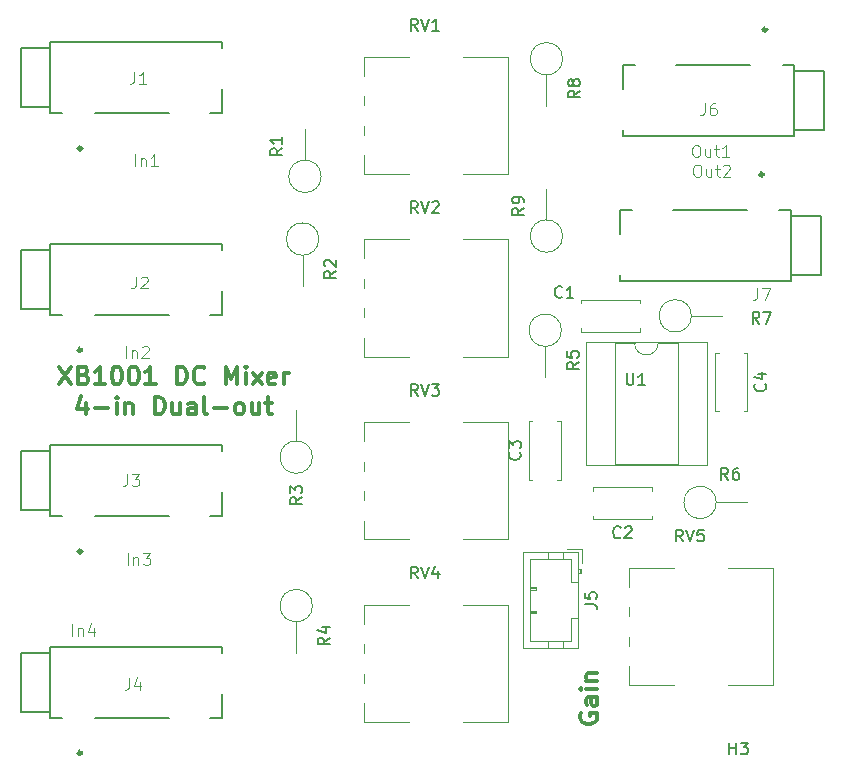
<source format=gbr>
G04 #@! TF.GenerationSoftware,KiCad,Pcbnew,(5.0.1)-rc2*
G04 #@! TF.CreationDate,2019-01-13T23:04:29-05:00*
G04 #@! TF.ProjectId,mixer,6D697865722E6B696361645F70636200,rev?*
G04 #@! TF.SameCoordinates,Original*
G04 #@! TF.FileFunction,Legend,Top*
G04 #@! TF.FilePolarity,Positive*
%FSLAX46Y46*%
G04 Gerber Fmt 4.6, Leading zero omitted, Abs format (unit mm)*
G04 Created by KiCad (PCBNEW (5.0.1)-rc2) date 1/13/2019 11:04:29 PM*
%MOMM*%
%LPD*%
G01*
G04 APERTURE LIST*
%ADD10C,0.300000*%
%ADD11C,0.120000*%
%ADD12C,0.127000*%
%ADD13C,0.150000*%
%ADD14C,0.050000*%
G04 APERTURE END LIST*
D10*
X98563528Y-74205171D02*
X99563528Y-75705171D01*
X99563528Y-74205171D02*
X98563528Y-75705171D01*
X100634957Y-74919457D02*
X100849242Y-74990885D01*
X100920671Y-75062314D01*
X100992100Y-75205171D01*
X100992100Y-75419457D01*
X100920671Y-75562314D01*
X100849242Y-75633742D01*
X100706385Y-75705171D01*
X100134957Y-75705171D01*
X100134957Y-74205171D01*
X100634957Y-74205171D01*
X100777814Y-74276600D01*
X100849242Y-74348028D01*
X100920671Y-74490885D01*
X100920671Y-74633742D01*
X100849242Y-74776600D01*
X100777814Y-74848028D01*
X100634957Y-74919457D01*
X100134957Y-74919457D01*
X102420671Y-75705171D02*
X101563528Y-75705171D01*
X101992100Y-75705171D02*
X101992100Y-74205171D01*
X101849242Y-74419457D01*
X101706385Y-74562314D01*
X101563528Y-74633742D01*
X103349242Y-74205171D02*
X103492100Y-74205171D01*
X103634957Y-74276600D01*
X103706385Y-74348028D01*
X103777814Y-74490885D01*
X103849242Y-74776600D01*
X103849242Y-75133742D01*
X103777814Y-75419457D01*
X103706385Y-75562314D01*
X103634957Y-75633742D01*
X103492100Y-75705171D01*
X103349242Y-75705171D01*
X103206385Y-75633742D01*
X103134957Y-75562314D01*
X103063528Y-75419457D01*
X102992100Y-75133742D01*
X102992100Y-74776600D01*
X103063528Y-74490885D01*
X103134957Y-74348028D01*
X103206385Y-74276600D01*
X103349242Y-74205171D01*
X104777814Y-74205171D02*
X104920671Y-74205171D01*
X105063528Y-74276600D01*
X105134957Y-74348028D01*
X105206385Y-74490885D01*
X105277814Y-74776600D01*
X105277814Y-75133742D01*
X105206385Y-75419457D01*
X105134957Y-75562314D01*
X105063528Y-75633742D01*
X104920671Y-75705171D01*
X104777814Y-75705171D01*
X104634957Y-75633742D01*
X104563528Y-75562314D01*
X104492100Y-75419457D01*
X104420671Y-75133742D01*
X104420671Y-74776600D01*
X104492100Y-74490885D01*
X104563528Y-74348028D01*
X104634957Y-74276600D01*
X104777814Y-74205171D01*
X106706385Y-75705171D02*
X105849242Y-75705171D01*
X106277814Y-75705171D02*
X106277814Y-74205171D01*
X106134957Y-74419457D01*
X105992100Y-74562314D01*
X105849242Y-74633742D01*
X108492100Y-75705171D02*
X108492100Y-74205171D01*
X108849242Y-74205171D01*
X109063528Y-74276600D01*
X109206385Y-74419457D01*
X109277814Y-74562314D01*
X109349242Y-74848028D01*
X109349242Y-75062314D01*
X109277814Y-75348028D01*
X109206385Y-75490885D01*
X109063528Y-75633742D01*
X108849242Y-75705171D01*
X108492100Y-75705171D01*
X110849242Y-75562314D02*
X110777814Y-75633742D01*
X110563528Y-75705171D01*
X110420671Y-75705171D01*
X110206385Y-75633742D01*
X110063528Y-75490885D01*
X109992100Y-75348028D01*
X109920671Y-75062314D01*
X109920671Y-74848028D01*
X109992100Y-74562314D01*
X110063528Y-74419457D01*
X110206385Y-74276600D01*
X110420671Y-74205171D01*
X110563528Y-74205171D01*
X110777814Y-74276600D01*
X110849242Y-74348028D01*
X112634957Y-75705171D02*
X112634957Y-74205171D01*
X113134957Y-75276600D01*
X113634957Y-74205171D01*
X113634957Y-75705171D01*
X114349242Y-75705171D02*
X114349242Y-74705171D01*
X114349242Y-74205171D02*
X114277814Y-74276600D01*
X114349242Y-74348028D01*
X114420671Y-74276600D01*
X114349242Y-74205171D01*
X114349242Y-74348028D01*
X114920671Y-75705171D02*
X115706385Y-74705171D01*
X114920671Y-74705171D02*
X115706385Y-75705171D01*
X116849242Y-75633742D02*
X116706385Y-75705171D01*
X116420671Y-75705171D01*
X116277814Y-75633742D01*
X116206385Y-75490885D01*
X116206385Y-74919457D01*
X116277814Y-74776600D01*
X116420671Y-74705171D01*
X116706385Y-74705171D01*
X116849242Y-74776600D01*
X116920671Y-74919457D01*
X116920671Y-75062314D01*
X116206385Y-75205171D01*
X117563528Y-75705171D02*
X117563528Y-74705171D01*
X117563528Y-74990885D02*
X117634957Y-74848028D01*
X117706385Y-74776600D01*
X117849242Y-74705171D01*
X117992100Y-74705171D01*
X100777814Y-77255171D02*
X100777814Y-78255171D01*
X100420671Y-76683742D02*
X100063528Y-77755171D01*
X100992100Y-77755171D01*
X101563528Y-77683742D02*
X102706385Y-77683742D01*
X103420671Y-78255171D02*
X103420671Y-77255171D01*
X103420671Y-76755171D02*
X103349242Y-76826600D01*
X103420671Y-76898028D01*
X103492100Y-76826600D01*
X103420671Y-76755171D01*
X103420671Y-76898028D01*
X104134957Y-77255171D02*
X104134957Y-78255171D01*
X104134957Y-77398028D02*
X104206385Y-77326600D01*
X104349242Y-77255171D01*
X104563528Y-77255171D01*
X104706385Y-77326600D01*
X104777814Y-77469457D01*
X104777814Y-78255171D01*
X106634957Y-78255171D02*
X106634957Y-76755171D01*
X106992100Y-76755171D01*
X107206385Y-76826600D01*
X107349242Y-76969457D01*
X107420671Y-77112314D01*
X107492100Y-77398028D01*
X107492100Y-77612314D01*
X107420671Y-77898028D01*
X107349242Y-78040885D01*
X107206385Y-78183742D01*
X106992100Y-78255171D01*
X106634957Y-78255171D01*
X108777814Y-77255171D02*
X108777814Y-78255171D01*
X108134957Y-77255171D02*
X108134957Y-78040885D01*
X108206385Y-78183742D01*
X108349242Y-78255171D01*
X108563528Y-78255171D01*
X108706385Y-78183742D01*
X108777814Y-78112314D01*
X110134957Y-78255171D02*
X110134957Y-77469457D01*
X110063528Y-77326600D01*
X109920671Y-77255171D01*
X109634957Y-77255171D01*
X109492100Y-77326600D01*
X110134957Y-78183742D02*
X109992100Y-78255171D01*
X109634957Y-78255171D01*
X109492100Y-78183742D01*
X109420671Y-78040885D01*
X109420671Y-77898028D01*
X109492100Y-77755171D01*
X109634957Y-77683742D01*
X109992100Y-77683742D01*
X110134957Y-77612314D01*
X111063528Y-78255171D02*
X110920671Y-78183742D01*
X110849242Y-78040885D01*
X110849242Y-76755171D01*
X111634957Y-77683742D02*
X112777814Y-77683742D01*
X113706385Y-78255171D02*
X113563528Y-78183742D01*
X113492100Y-78112314D01*
X113420671Y-77969457D01*
X113420671Y-77540885D01*
X113492100Y-77398028D01*
X113563528Y-77326600D01*
X113706385Y-77255171D01*
X113920671Y-77255171D01*
X114063528Y-77326600D01*
X114134957Y-77398028D01*
X114206385Y-77540885D01*
X114206385Y-77969457D01*
X114134957Y-78112314D01*
X114063528Y-78183742D01*
X113920671Y-78255171D01*
X113706385Y-78255171D01*
X115492100Y-77255171D02*
X115492100Y-78255171D01*
X114849242Y-77255171D02*
X114849242Y-78040885D01*
X114920671Y-78183742D01*
X115063528Y-78255171D01*
X115277814Y-78255171D01*
X115420671Y-78183742D01*
X115492100Y-78112314D01*
X115992100Y-77255171D02*
X116563528Y-77255171D01*
X116206385Y-76755171D02*
X116206385Y-78040885D01*
X116277814Y-78183742D01*
X116420671Y-78255171D01*
X116563528Y-78255171D01*
X142696500Y-103569128D02*
X142625071Y-103711985D01*
X142625071Y-103926271D01*
X142696500Y-104140557D01*
X142839357Y-104283414D01*
X142982214Y-104354842D01*
X143267928Y-104426271D01*
X143482214Y-104426271D01*
X143767928Y-104354842D01*
X143910785Y-104283414D01*
X144053642Y-104140557D01*
X144125071Y-103926271D01*
X144125071Y-103783414D01*
X144053642Y-103569128D01*
X143982214Y-103497700D01*
X143482214Y-103497700D01*
X143482214Y-103783414D01*
X144125071Y-102211985D02*
X143339357Y-102211985D01*
X143196500Y-102283414D01*
X143125071Y-102426271D01*
X143125071Y-102711985D01*
X143196500Y-102854842D01*
X144053642Y-102211985D02*
X144125071Y-102354842D01*
X144125071Y-102711985D01*
X144053642Y-102854842D01*
X143910785Y-102926271D01*
X143767928Y-102926271D01*
X143625071Y-102854842D01*
X143553642Y-102711985D01*
X143553642Y-102354842D01*
X143482214Y-102211985D01*
X144125071Y-101497700D02*
X143125071Y-101497700D01*
X142625071Y-101497700D02*
X142696500Y-101569128D01*
X142767928Y-101497700D01*
X142696500Y-101426271D01*
X142625071Y-101497700D01*
X142767928Y-101497700D01*
X143125071Y-100783414D02*
X144125071Y-100783414D01*
X143267928Y-100783414D02*
X143196500Y-100711985D01*
X143125071Y-100569128D01*
X143125071Y-100354842D01*
X143196500Y-100211985D01*
X143339357Y-100140557D01*
X144125071Y-100140557D01*
D11*
G04 #@! TO.C,R7*
X152080900Y-69900800D02*
X154690900Y-69900800D01*
X152080900Y-69900800D02*
G75*
G03X152080900Y-69900800I-1370000J0D01*
G01*
G04 #@! TO.C,J5*
X142513300Y-89913400D02*
X137793300Y-89913400D01*
X137793300Y-89913400D02*
X137793300Y-98033400D01*
X137793300Y-98033400D02*
X142513300Y-98033400D01*
X142513300Y-98033400D02*
X142513300Y-89913400D01*
X142513300Y-91673400D02*
X142713300Y-91673400D01*
X142713300Y-91673400D02*
X142713300Y-91373400D01*
X142713300Y-91373400D02*
X142513300Y-91373400D01*
X142613300Y-91673400D02*
X142613300Y-91373400D01*
X142513300Y-92473400D02*
X141903300Y-92473400D01*
X141903300Y-92473400D02*
X141903300Y-90523400D01*
X141903300Y-90523400D02*
X138403300Y-90523400D01*
X138403300Y-90523400D02*
X138403300Y-97423400D01*
X138403300Y-97423400D02*
X141903300Y-97423400D01*
X141903300Y-97423400D02*
X141903300Y-95473400D01*
X141903300Y-95473400D02*
X142513300Y-95473400D01*
X141203300Y-89913400D02*
X141203300Y-90523400D01*
X139903300Y-89913400D02*
X139903300Y-90523400D01*
X141203300Y-98033400D02*
X141203300Y-97423400D01*
X139903300Y-98033400D02*
X139903300Y-97423400D01*
X138403300Y-92873400D02*
X138903300Y-92873400D01*
X138903300Y-92873400D02*
X138903300Y-93073400D01*
X138903300Y-93073400D02*
X138403300Y-93073400D01*
X138403300Y-92973400D02*
X138903300Y-92973400D01*
X138403300Y-94873400D02*
X138903300Y-94873400D01*
X138903300Y-94873400D02*
X138903300Y-95073400D01*
X138903300Y-95073400D02*
X138403300Y-95073400D01*
X138403300Y-94973400D02*
X138903300Y-94973400D01*
X142813300Y-90863400D02*
X142813300Y-89613400D01*
X142813300Y-89613400D02*
X141563300Y-89613400D01*
G04 #@! TO.C,C4*
X156818000Y-73029600D02*
X156818000Y-77969600D01*
X154078000Y-73029600D02*
X154078000Y-77969600D01*
X156818000Y-73029600D02*
X156503000Y-73029600D01*
X154393000Y-73029600D02*
X154078000Y-73029600D01*
X156818000Y-77969600D02*
X156503000Y-77969600D01*
X154393000Y-77969600D02*
X154078000Y-77969600D01*
G04 #@! TO.C,C1*
X147692600Y-70955800D02*
X147692600Y-71270800D01*
X147692600Y-68530800D02*
X147692600Y-68845800D01*
X142752600Y-70955800D02*
X142752600Y-71270800D01*
X142752600Y-68530800D02*
X142752600Y-68845800D01*
X142752600Y-71270800D02*
X147692600Y-71270800D01*
X142752600Y-68530800D02*
X147692600Y-68530800D01*
G04 #@! TO.C,C2*
X148712400Y-87145800D02*
X143772400Y-87145800D01*
X148712400Y-84405800D02*
X143772400Y-84405800D01*
X148712400Y-87145800D02*
X148712400Y-86830800D01*
X148712400Y-84720800D02*
X148712400Y-84405800D01*
X143772400Y-87145800D02*
X143772400Y-86830800D01*
X143772400Y-84720800D02*
X143772400Y-84405800D01*
G04 #@! TO.C,C3*
X138304600Y-83764600D02*
X138304600Y-78824600D01*
X141044600Y-83764600D02*
X141044600Y-78824600D01*
X138304600Y-83764600D02*
X138619600Y-83764600D01*
X140729600Y-83764600D02*
X141044600Y-83764600D01*
X138304600Y-78824600D02*
X138619600Y-78824600D01*
X140729600Y-78824600D02*
X141044600Y-78824600D01*
D12*
G04 #@! TO.C,J1*
X101554400Y-52733200D02*
X107804400Y-52733200D01*
X112304400Y-52733200D02*
X111304400Y-52733200D01*
X112304400Y-50733200D02*
X112304400Y-52733200D01*
X112304400Y-46733200D02*
X112304400Y-47233200D01*
X97804400Y-46733200D02*
X112304400Y-46733200D01*
X97804400Y-52233200D02*
X97804400Y-46733200D01*
X97804400Y-52733200D02*
X98804400Y-52733200D01*
X97804400Y-52233200D02*
X97804400Y-52733200D01*
X95304400Y-52233200D02*
X97804400Y-52233200D01*
X95304400Y-47233200D02*
X95304400Y-52233200D01*
X97804400Y-47233200D02*
X95304400Y-47233200D01*
D10*
X100454400Y-55733200D02*
G75*
G03X100454400Y-55733200I-150000J0D01*
G01*
G04 #@! TO.C,J2*
X100454400Y-72793533D02*
G75*
G03X100454400Y-72793533I-150000J0D01*
G01*
D12*
X97804400Y-64293533D02*
X95304400Y-64293533D01*
X95304400Y-64293533D02*
X95304400Y-69293533D01*
X95304400Y-69293533D02*
X97804400Y-69293533D01*
X97804400Y-69293533D02*
X97804400Y-69793533D01*
X97804400Y-69793533D02*
X98804400Y-69793533D01*
X97804400Y-69293533D02*
X97804400Y-63793533D01*
X97804400Y-63793533D02*
X112304400Y-63793533D01*
X112304400Y-63793533D02*
X112304400Y-64293533D01*
X112304400Y-67793533D02*
X112304400Y-69793533D01*
X112304400Y-69793533D02*
X111304400Y-69793533D01*
X101554400Y-69793533D02*
X107804400Y-69793533D01*
D10*
G04 #@! TO.C,J3*
X100454400Y-89853866D02*
G75*
G03X100454400Y-89853866I-150000J0D01*
G01*
D12*
X97804400Y-81353866D02*
X95304400Y-81353866D01*
X95304400Y-81353866D02*
X95304400Y-86353866D01*
X95304400Y-86353866D02*
X97804400Y-86353866D01*
X97804400Y-86353866D02*
X97804400Y-86853866D01*
X97804400Y-86853866D02*
X98804400Y-86853866D01*
X97804400Y-86353866D02*
X97804400Y-80853866D01*
X97804400Y-80853866D02*
X112304400Y-80853866D01*
X112304400Y-80853866D02*
X112304400Y-81353866D01*
X112304400Y-84853866D02*
X112304400Y-86853866D01*
X112304400Y-86853866D02*
X111304400Y-86853866D01*
X101554400Y-86853866D02*
X107804400Y-86853866D01*
D10*
G04 #@! TO.C,J4*
X100454400Y-106914200D02*
G75*
G03X100454400Y-106914200I-150000J0D01*
G01*
D12*
X97804400Y-98414200D02*
X95304400Y-98414200D01*
X95304400Y-98414200D02*
X95304400Y-103414200D01*
X95304400Y-103414200D02*
X97804400Y-103414200D01*
X97804400Y-103414200D02*
X97804400Y-103914200D01*
X97804400Y-103914200D02*
X98804400Y-103914200D01*
X97804400Y-103414200D02*
X97804400Y-97914200D01*
X97804400Y-97914200D02*
X112304400Y-97914200D01*
X112304400Y-97914200D02*
X112304400Y-98414200D01*
X112304400Y-101914200D02*
X112304400Y-103914200D01*
X112304400Y-103914200D02*
X111304400Y-103914200D01*
X101554400Y-103914200D02*
X107804400Y-103914200D01*
G04 #@! TO.C,J6*
X157043000Y-48663600D02*
X150793000Y-48663600D01*
X146293000Y-48663600D02*
X147293000Y-48663600D01*
X146293000Y-50663600D02*
X146293000Y-48663600D01*
X146293000Y-54663600D02*
X146293000Y-54163600D01*
X160793000Y-54663600D02*
X146293000Y-54663600D01*
X160793000Y-49163600D02*
X160793000Y-54663600D01*
X160793000Y-48663600D02*
X159793000Y-48663600D01*
X160793000Y-49163600D02*
X160793000Y-48663600D01*
X163293000Y-49163600D02*
X160793000Y-49163600D01*
X163293000Y-54163600D02*
X163293000Y-49163600D01*
X160793000Y-54163600D02*
X163293000Y-54163600D01*
D10*
X158443000Y-45663600D02*
G75*
G03X158443000Y-45663600I-150000J0D01*
G01*
D12*
G04 #@! TO.C,J7*
X156763600Y-60931800D02*
X150513600Y-60931800D01*
X146013600Y-60931800D02*
X147013600Y-60931800D01*
X146013600Y-62931800D02*
X146013600Y-60931800D01*
X146013600Y-66931800D02*
X146013600Y-66431800D01*
X160513600Y-66931800D02*
X146013600Y-66931800D01*
X160513600Y-61431800D02*
X160513600Y-66931800D01*
X160513600Y-60931800D02*
X159513600Y-60931800D01*
X160513600Y-61431800D02*
X160513600Y-60931800D01*
X163013600Y-61431800D02*
X160513600Y-61431800D01*
X163013600Y-66431800D02*
X163013600Y-61431800D01*
X160513600Y-66431800D02*
X163013600Y-66431800D01*
D10*
X158163600Y-57931800D02*
G75*
G03X158163600Y-57931800I-150000J0D01*
G01*
D11*
G04 #@! TO.C,R1*
X120724600Y-58089800D02*
G75*
G03X120724600Y-58089800I-1370000J0D01*
G01*
X119354600Y-56719800D02*
X119354600Y-54109800D01*
G04 #@! TO.C,R2*
X119151400Y-64768400D02*
X119151400Y-67378400D01*
X120521400Y-63398400D02*
G75*
G03X120521400Y-63398400I-1370000J0D01*
G01*
G04 #@! TO.C,R3*
X119988000Y-81864200D02*
G75*
G03X119988000Y-81864200I-1370000J0D01*
G01*
X118618000Y-80494200D02*
X118618000Y-77884200D01*
G04 #@! TO.C,R4*
X119988000Y-94437200D02*
G75*
G03X119988000Y-94437200I-1370000J0D01*
G01*
X118618000Y-95807200D02*
X118618000Y-98417200D01*
G04 #@! TO.C,R5*
X141070000Y-71120000D02*
G75*
G03X141070000Y-71120000I-1370000J0D01*
G01*
X139700000Y-72490000D02*
X139700000Y-75100000D01*
G04 #@! TO.C,R6*
X154176400Y-85699600D02*
X156786400Y-85699600D01*
X154176400Y-85699600D02*
G75*
G03X154176400Y-85699600I-1370000J0D01*
G01*
G04 #@! TO.C,R8*
X139801600Y-49503000D02*
X139801600Y-52113000D01*
X141171600Y-48133000D02*
G75*
G03X141171600Y-48133000I-1370000J0D01*
G01*
G04 #@! TO.C,R9*
X141171600Y-63144400D02*
G75*
G03X141171600Y-63144400I-1370000J0D01*
G01*
X139801600Y-61774400D02*
X139801600Y-59164400D01*
G04 #@! TO.C,RV1*
X124324000Y-47978200D02*
X128189000Y-47978200D01*
X132699000Y-47978200D02*
X136564000Y-47978200D01*
X124324000Y-57918200D02*
X128189000Y-57918200D01*
X132699000Y-57918200D02*
X136564000Y-57918200D01*
X124324000Y-47978200D02*
X124324000Y-49577200D01*
X124324000Y-51319200D02*
X124324000Y-52078200D01*
X124324000Y-53819200D02*
X124324000Y-54578200D01*
X124324000Y-56318200D02*
X124324000Y-57918200D01*
X136564000Y-47978200D02*
X136564000Y-57918200D01*
G04 #@! TO.C,RV2*
X124324000Y-63438333D02*
X128189000Y-63438333D01*
X132699000Y-63438333D02*
X136564000Y-63438333D01*
X124324000Y-73378333D02*
X128189000Y-73378333D01*
X132699000Y-73378333D02*
X136564000Y-73378333D01*
X124324000Y-63438333D02*
X124324000Y-65037333D01*
X124324000Y-66779333D02*
X124324000Y-67538333D01*
X124324000Y-69279333D02*
X124324000Y-70038333D01*
X124324000Y-71778333D02*
X124324000Y-73378333D01*
X136564000Y-63438333D02*
X136564000Y-73378333D01*
G04 #@! TO.C,RV3*
X136564000Y-78898466D02*
X136564000Y-88838466D01*
X124324000Y-87238466D02*
X124324000Y-88838466D01*
X124324000Y-84739466D02*
X124324000Y-85498466D01*
X124324000Y-82239466D02*
X124324000Y-82998466D01*
X124324000Y-78898466D02*
X124324000Y-80497466D01*
X132699000Y-88838466D02*
X136564000Y-88838466D01*
X124324000Y-88838466D02*
X128189000Y-88838466D01*
X132699000Y-78898466D02*
X136564000Y-78898466D01*
X124324000Y-78898466D02*
X128189000Y-78898466D01*
G04 #@! TO.C,RV4*
X136564000Y-94358600D02*
X136564000Y-104298600D01*
X124324000Y-102698600D02*
X124324000Y-104298600D01*
X124324000Y-100199600D02*
X124324000Y-100958600D01*
X124324000Y-97699600D02*
X124324000Y-98458600D01*
X124324000Y-94358600D02*
X124324000Y-95957600D01*
X132699000Y-104298600D02*
X136564000Y-104298600D01*
X124324000Y-104298600D02*
X128189000Y-104298600D01*
X132699000Y-94358600D02*
X136564000Y-94358600D01*
X124324000Y-94358600D02*
X128189000Y-94358600D01*
G04 #@! TO.C,RV5*
X146777600Y-91234400D02*
X150642600Y-91234400D01*
X155152600Y-91234400D02*
X159017600Y-91234400D01*
X146777600Y-101174400D02*
X150642600Y-101174400D01*
X155152600Y-101174400D02*
X159017600Y-101174400D01*
X146777600Y-91234400D02*
X146777600Y-92833400D01*
X146777600Y-94575400D02*
X146777600Y-95334400D01*
X146777600Y-97075400D02*
X146777600Y-97834400D01*
X146777600Y-99574400D02*
X146777600Y-101174400D01*
X159017600Y-91234400D02*
X159017600Y-101174400D01*
G04 #@! TO.C,U1*
X149259800Y-72203000D02*
G75*
G02X147259800Y-72203000I-1000000J0D01*
G01*
X147259800Y-72203000D02*
X145609800Y-72203000D01*
X145609800Y-72203000D02*
X145609800Y-82483000D01*
X145609800Y-82483000D02*
X150909800Y-82483000D01*
X150909800Y-82483000D02*
X150909800Y-72203000D01*
X150909800Y-72203000D02*
X149259800Y-72203000D01*
X143119800Y-72143000D02*
X143119800Y-82543000D01*
X143119800Y-82543000D02*
X153399800Y-82543000D01*
X153399800Y-82543000D02*
X153399800Y-72143000D01*
X153399800Y-72143000D02*
X143119800Y-72143000D01*
G04 #@! TO.C,R7*
D13*
X157821333Y-70556380D02*
X157488000Y-70080190D01*
X157249904Y-70556380D02*
X157249904Y-69556380D01*
X157630857Y-69556380D01*
X157726095Y-69604000D01*
X157773714Y-69651619D01*
X157821333Y-69746857D01*
X157821333Y-69889714D01*
X157773714Y-69984952D01*
X157726095Y-70032571D01*
X157630857Y-70080190D01*
X157249904Y-70080190D01*
X158154666Y-69556380D02*
X158821333Y-69556380D01*
X158392761Y-70556380D01*
G04 #@! TO.C,H3*
X155282995Y-107028880D02*
X155282995Y-106028880D01*
X155282995Y-106505071D02*
X155854423Y-106505071D01*
X155854423Y-107028880D02*
X155854423Y-106028880D01*
X156235376Y-106028880D02*
X156854423Y-106028880D01*
X156521090Y-106409833D01*
X156663947Y-106409833D01*
X156759185Y-106457452D01*
X156806804Y-106505071D01*
X156854423Y-106600309D01*
X156854423Y-106838404D01*
X156806804Y-106933642D01*
X156759185Y-106981261D01*
X156663947Y-107028880D01*
X156378233Y-107028880D01*
X156282995Y-106981261D01*
X156235376Y-106933642D01*
G04 #@! TO.C,J5*
X143055680Y-94306733D02*
X143769966Y-94306733D01*
X143912823Y-94354352D01*
X144008061Y-94449590D01*
X144055680Y-94592447D01*
X144055680Y-94687685D01*
X143055680Y-93354352D02*
X143055680Y-93830542D01*
X143531871Y-93878161D01*
X143484252Y-93830542D01*
X143436633Y-93735304D01*
X143436633Y-93497209D01*
X143484252Y-93401971D01*
X143531871Y-93354352D01*
X143627109Y-93306733D01*
X143865204Y-93306733D01*
X143960442Y-93354352D01*
X144008061Y-93401971D01*
X144055680Y-93497209D01*
X144055680Y-93735304D01*
X144008061Y-93830542D01*
X143960442Y-93878161D01*
G04 #@! TO.C,C4*
X158305142Y-75666266D02*
X158352761Y-75713885D01*
X158400380Y-75856742D01*
X158400380Y-75951980D01*
X158352761Y-76094838D01*
X158257523Y-76190076D01*
X158162285Y-76237695D01*
X157971809Y-76285314D01*
X157828952Y-76285314D01*
X157638476Y-76237695D01*
X157543238Y-76190076D01*
X157448000Y-76094838D01*
X157400380Y-75951980D01*
X157400380Y-75856742D01*
X157448000Y-75713885D01*
X157495619Y-75666266D01*
X157733714Y-74809123D02*
X158400380Y-74809123D01*
X157352761Y-75047219D02*
X158067047Y-75285314D01*
X158067047Y-74666266D01*
G04 #@! TO.C,C1*
X141133533Y-68302142D02*
X141085914Y-68349761D01*
X140943057Y-68397380D01*
X140847819Y-68397380D01*
X140704961Y-68349761D01*
X140609723Y-68254523D01*
X140562104Y-68159285D01*
X140514485Y-67968809D01*
X140514485Y-67825952D01*
X140562104Y-67635476D01*
X140609723Y-67540238D01*
X140704961Y-67445000D01*
X140847819Y-67397380D01*
X140943057Y-67397380D01*
X141085914Y-67445000D01*
X141133533Y-67492619D01*
X142085914Y-68397380D02*
X141514485Y-68397380D01*
X141800200Y-68397380D02*
X141800200Y-67397380D01*
X141704961Y-67540238D01*
X141609723Y-67635476D01*
X141514485Y-67683095D01*
G04 #@! TO.C,C2*
X146075733Y-88632942D02*
X146028114Y-88680561D01*
X145885257Y-88728180D01*
X145790019Y-88728180D01*
X145647161Y-88680561D01*
X145551923Y-88585323D01*
X145504304Y-88490085D01*
X145456685Y-88299609D01*
X145456685Y-88156752D01*
X145504304Y-87966276D01*
X145551923Y-87871038D01*
X145647161Y-87775800D01*
X145790019Y-87728180D01*
X145885257Y-87728180D01*
X146028114Y-87775800D01*
X146075733Y-87823419D01*
X146456685Y-87823419D02*
X146504304Y-87775800D01*
X146599542Y-87728180D01*
X146837638Y-87728180D01*
X146932876Y-87775800D01*
X146980495Y-87823419D01*
X147028114Y-87918657D01*
X147028114Y-88013895D01*
X146980495Y-88156752D01*
X146409066Y-88728180D01*
X147028114Y-88728180D01*
G04 #@! TO.C,C3*
X137531742Y-81461266D02*
X137579361Y-81508885D01*
X137626980Y-81651742D01*
X137626980Y-81746980D01*
X137579361Y-81889838D01*
X137484123Y-81985076D01*
X137388885Y-82032695D01*
X137198409Y-82080314D01*
X137055552Y-82080314D01*
X136865076Y-82032695D01*
X136769838Y-81985076D01*
X136674600Y-81889838D01*
X136626980Y-81746980D01*
X136626980Y-81651742D01*
X136674600Y-81508885D01*
X136722219Y-81461266D01*
X136626980Y-81127933D02*
X136626980Y-80508885D01*
X137007933Y-80842219D01*
X137007933Y-80699361D01*
X137055552Y-80604123D01*
X137103171Y-80556504D01*
X137198409Y-80508885D01*
X137436504Y-80508885D01*
X137531742Y-80556504D01*
X137579361Y-80604123D01*
X137626980Y-80699361D01*
X137626980Y-80985076D01*
X137579361Y-81080314D01*
X137531742Y-81127933D01*
G04 #@! TO.C,J1*
D14*
X104898220Y-49260718D02*
X104898220Y-49976390D01*
X104850508Y-50119524D01*
X104755085Y-50214947D01*
X104611951Y-50262658D01*
X104516528Y-50262658D01*
X105900160Y-50262658D02*
X105327622Y-50262658D01*
X105613891Y-50262658D02*
X105613891Y-49260718D01*
X105518468Y-49403852D01*
X105423045Y-49499275D01*
X105327622Y-49546987D01*
X104989280Y-57221453D02*
X104989280Y-56221293D01*
X105465546Y-56554680D02*
X105465546Y-57221453D01*
X105465546Y-56649933D02*
X105513173Y-56602306D01*
X105608426Y-56554680D01*
X105751306Y-56554680D01*
X105846560Y-56602306D01*
X105894186Y-56697560D01*
X105894186Y-57221453D01*
X106894346Y-57221453D02*
X106322826Y-57221453D01*
X106608586Y-57221453D02*
X106608586Y-56221293D01*
X106513333Y-56364173D01*
X106418080Y-56459426D01*
X106322826Y-56507053D01*
G04 #@! TO.C,J2*
X105050620Y-66583518D02*
X105050620Y-67299190D01*
X105002908Y-67442324D01*
X104907485Y-67537747D01*
X104764351Y-67585458D01*
X104668928Y-67585458D01*
X105480022Y-66678941D02*
X105527734Y-66631230D01*
X105623157Y-66583518D01*
X105861714Y-66583518D01*
X105957137Y-66631230D01*
X106004848Y-66678941D01*
X106052560Y-66774364D01*
X106052560Y-66869787D01*
X106004848Y-67012921D01*
X105432311Y-67585458D01*
X106052560Y-67585458D01*
X104227280Y-73477453D02*
X104227280Y-72477293D01*
X104703546Y-72810680D02*
X104703546Y-73477453D01*
X104703546Y-72905933D02*
X104751173Y-72858306D01*
X104846426Y-72810680D01*
X104989306Y-72810680D01*
X105084560Y-72858306D01*
X105132186Y-72953560D01*
X105132186Y-73477453D01*
X105560826Y-72572546D02*
X105608453Y-72524920D01*
X105703706Y-72477293D01*
X105941840Y-72477293D01*
X106037093Y-72524920D01*
X106084720Y-72572546D01*
X106132346Y-72667800D01*
X106132346Y-72763053D01*
X106084720Y-72905933D01*
X105513200Y-73477453D01*
X106132346Y-73477453D01*
G04 #@! TO.C,J3*
X104314020Y-83296718D02*
X104314020Y-84012390D01*
X104266308Y-84155524D01*
X104170885Y-84250947D01*
X104027751Y-84298658D01*
X103932328Y-84298658D01*
X104695711Y-83296718D02*
X105315960Y-83296718D01*
X104981980Y-83678410D01*
X105125114Y-83678410D01*
X105220537Y-83726121D01*
X105268248Y-83773832D01*
X105315960Y-83869255D01*
X105315960Y-84107812D01*
X105268248Y-84203235D01*
X105220537Y-84250947D01*
X105125114Y-84298658D01*
X104838845Y-84298658D01*
X104743422Y-84250947D01*
X104695711Y-84203235D01*
X104354280Y-91003453D02*
X104354280Y-90003293D01*
X104830546Y-90336680D02*
X104830546Y-91003453D01*
X104830546Y-90431933D02*
X104878173Y-90384306D01*
X104973426Y-90336680D01*
X105116306Y-90336680D01*
X105211560Y-90384306D01*
X105259186Y-90479560D01*
X105259186Y-91003453D01*
X105640200Y-90003293D02*
X106259346Y-90003293D01*
X105925960Y-90384306D01*
X106068840Y-90384306D01*
X106164093Y-90431933D01*
X106211720Y-90479560D01*
X106259346Y-90574813D01*
X106259346Y-90812946D01*
X106211720Y-90908200D01*
X106164093Y-90955826D01*
X106068840Y-91003453D01*
X105783080Y-91003453D01*
X105687826Y-90955826D01*
X105640200Y-90908200D01*
G04 #@! TO.C,J4*
X104466420Y-100568718D02*
X104466420Y-101284390D01*
X104418708Y-101427524D01*
X104323285Y-101522947D01*
X104180151Y-101570658D01*
X104084728Y-101570658D01*
X105372937Y-100902698D02*
X105372937Y-101570658D01*
X105134380Y-100521007D02*
X104895822Y-101236678D01*
X105516071Y-101236678D01*
X99655280Y-96972453D02*
X99655280Y-95972293D01*
X100131546Y-96305680D02*
X100131546Y-96972453D01*
X100131546Y-96400933D02*
X100179173Y-96353306D01*
X100274426Y-96305680D01*
X100417306Y-96305680D01*
X100512560Y-96353306D01*
X100560186Y-96448560D01*
X100560186Y-96972453D01*
X101465093Y-96305680D02*
X101465093Y-96972453D01*
X101226960Y-95924666D02*
X100988826Y-96639066D01*
X101607973Y-96639066D01*
G04 #@! TO.C,J6*
X153209020Y-51902318D02*
X153209020Y-52617990D01*
X153161308Y-52761124D01*
X153065885Y-52856547D01*
X152922751Y-52904258D01*
X152827328Y-52904258D01*
X154115537Y-51902318D02*
X153924691Y-51902318D01*
X153829268Y-51950030D01*
X153781557Y-51997741D01*
X153686134Y-52140875D01*
X153638422Y-52331721D01*
X153638422Y-52713412D01*
X153686134Y-52808835D01*
X153733845Y-52856547D01*
X153829268Y-52904258D01*
X154020114Y-52904258D01*
X154115537Y-52856547D01*
X154163248Y-52808835D01*
X154210960Y-52713412D01*
X154210960Y-52474855D01*
X154163248Y-52379432D01*
X154115537Y-52331721D01*
X154020114Y-52284010D01*
X153829268Y-52284010D01*
X153733845Y-52331721D01*
X153686134Y-52379432D01*
X153638422Y-52474855D01*
X152398366Y-55433893D02*
X152588873Y-55433893D01*
X152684126Y-55481520D01*
X152779380Y-55576773D01*
X152827006Y-55767280D01*
X152827006Y-56100666D01*
X152779380Y-56291173D01*
X152684126Y-56386426D01*
X152588873Y-56434053D01*
X152398366Y-56434053D01*
X152303113Y-56386426D01*
X152207860Y-56291173D01*
X152160233Y-56100666D01*
X152160233Y-55767280D01*
X152207860Y-55576773D01*
X152303113Y-55481520D01*
X152398366Y-55433893D01*
X153684286Y-55767280D02*
X153684286Y-56434053D01*
X153255646Y-55767280D02*
X153255646Y-56291173D01*
X153303273Y-56386426D01*
X153398526Y-56434053D01*
X153541406Y-56434053D01*
X153636660Y-56386426D01*
X153684286Y-56338800D01*
X154017673Y-55767280D02*
X154398686Y-55767280D01*
X154160553Y-55433893D02*
X154160553Y-56291173D01*
X154208180Y-56386426D01*
X154303433Y-56434053D01*
X154398686Y-56434053D01*
X155255966Y-56434053D02*
X154684446Y-56434053D01*
X154970206Y-56434053D02*
X154970206Y-55433893D01*
X154874953Y-55576773D01*
X154779700Y-55672026D01*
X154684446Y-55719653D01*
G04 #@! TO.C,J7*
X157654020Y-67523318D02*
X157654020Y-68238990D01*
X157606308Y-68382124D01*
X157510885Y-68477547D01*
X157367751Y-68525258D01*
X157272328Y-68525258D01*
X158035711Y-67523318D02*
X158703671Y-67523318D01*
X158274268Y-68525258D01*
X152487266Y-57110293D02*
X152677773Y-57110293D01*
X152773026Y-57157920D01*
X152868280Y-57253173D01*
X152915906Y-57443680D01*
X152915906Y-57777066D01*
X152868280Y-57967573D01*
X152773026Y-58062826D01*
X152677773Y-58110453D01*
X152487266Y-58110453D01*
X152392013Y-58062826D01*
X152296760Y-57967573D01*
X152249133Y-57777066D01*
X152249133Y-57443680D01*
X152296760Y-57253173D01*
X152392013Y-57157920D01*
X152487266Y-57110293D01*
X153773186Y-57443680D02*
X153773186Y-58110453D01*
X153344546Y-57443680D02*
X153344546Y-57967573D01*
X153392173Y-58062826D01*
X153487426Y-58110453D01*
X153630306Y-58110453D01*
X153725560Y-58062826D01*
X153773186Y-58015200D01*
X154106573Y-57443680D02*
X154487586Y-57443680D01*
X154249453Y-57110293D02*
X154249453Y-57967573D01*
X154297080Y-58062826D01*
X154392333Y-58110453D01*
X154487586Y-58110453D01*
X154773346Y-57205546D02*
X154820973Y-57157920D01*
X154916226Y-57110293D01*
X155154360Y-57110293D01*
X155249613Y-57157920D01*
X155297240Y-57205546D01*
X155344866Y-57300800D01*
X155344866Y-57396053D01*
X155297240Y-57538933D01*
X154725720Y-58110453D01*
X155344866Y-58110453D01*
G04 #@! TO.C,R1*
D13*
X117436980Y-55716466D02*
X116960790Y-56049800D01*
X117436980Y-56287895D02*
X116436980Y-56287895D01*
X116436980Y-55906942D01*
X116484600Y-55811704D01*
X116532219Y-55764085D01*
X116627457Y-55716466D01*
X116770314Y-55716466D01*
X116865552Y-55764085D01*
X116913171Y-55811704D01*
X116960790Y-55906942D01*
X116960790Y-56287895D01*
X117436980Y-54764085D02*
X117436980Y-55335514D01*
X117436980Y-55049800D02*
X116436980Y-55049800D01*
X116579838Y-55145038D01*
X116675076Y-55240276D01*
X116722695Y-55335514D01*
G04 #@! TO.C,R2*
X121973780Y-66105066D02*
X121497590Y-66438400D01*
X121973780Y-66676495D02*
X120973780Y-66676495D01*
X120973780Y-66295542D01*
X121021400Y-66200304D01*
X121069019Y-66152685D01*
X121164257Y-66105066D01*
X121307114Y-66105066D01*
X121402352Y-66152685D01*
X121449971Y-66200304D01*
X121497590Y-66295542D01*
X121497590Y-66676495D01*
X121069019Y-65724114D02*
X121021400Y-65676495D01*
X120973780Y-65581257D01*
X120973780Y-65343161D01*
X121021400Y-65247923D01*
X121069019Y-65200304D01*
X121164257Y-65152685D01*
X121259495Y-65152685D01*
X121402352Y-65200304D01*
X121973780Y-65771733D01*
X121973780Y-65152685D01*
G04 #@! TO.C,R3*
X119095780Y-85269366D02*
X118619590Y-85602700D01*
X119095780Y-85840795D02*
X118095780Y-85840795D01*
X118095780Y-85459842D01*
X118143400Y-85364604D01*
X118191019Y-85316985D01*
X118286257Y-85269366D01*
X118429114Y-85269366D01*
X118524352Y-85316985D01*
X118571971Y-85364604D01*
X118619590Y-85459842D01*
X118619590Y-85840795D01*
X118095780Y-84936033D02*
X118095780Y-84316985D01*
X118476733Y-84650319D01*
X118476733Y-84507461D01*
X118524352Y-84412223D01*
X118571971Y-84364604D01*
X118667209Y-84316985D01*
X118905304Y-84316985D01*
X119000542Y-84364604D01*
X119048161Y-84412223D01*
X119095780Y-84507461D01*
X119095780Y-84793176D01*
X119048161Y-84888414D01*
X119000542Y-84936033D01*
G04 #@! TO.C,R4*
X121440380Y-97143866D02*
X120964190Y-97477200D01*
X121440380Y-97715295D02*
X120440380Y-97715295D01*
X120440380Y-97334342D01*
X120488000Y-97239104D01*
X120535619Y-97191485D01*
X120630857Y-97143866D01*
X120773714Y-97143866D01*
X120868952Y-97191485D01*
X120916571Y-97239104D01*
X120964190Y-97334342D01*
X120964190Y-97715295D01*
X120773714Y-96286723D02*
X121440380Y-96286723D01*
X120392761Y-96524819D02*
X121107047Y-96762914D01*
X121107047Y-96143866D01*
G04 #@! TO.C,R5*
X142522380Y-73826666D02*
X142046190Y-74160000D01*
X142522380Y-74398095D02*
X141522380Y-74398095D01*
X141522380Y-74017142D01*
X141570000Y-73921904D01*
X141617619Y-73874285D01*
X141712857Y-73826666D01*
X141855714Y-73826666D01*
X141950952Y-73874285D01*
X141998571Y-73921904D01*
X142046190Y-74017142D01*
X142046190Y-74398095D01*
X141522380Y-72921904D02*
X141522380Y-73398095D01*
X141998571Y-73445714D01*
X141950952Y-73398095D01*
X141903333Y-73302857D01*
X141903333Y-73064761D01*
X141950952Y-72969523D01*
X141998571Y-72921904D01*
X142093809Y-72874285D01*
X142331904Y-72874285D01*
X142427142Y-72921904D01*
X142474761Y-72969523D01*
X142522380Y-73064761D01*
X142522380Y-73302857D01*
X142474761Y-73398095D01*
X142427142Y-73445714D01*
G04 #@! TO.C,R6*
X155179733Y-83781980D02*
X154846400Y-83305790D01*
X154608304Y-83781980D02*
X154608304Y-82781980D01*
X154989257Y-82781980D01*
X155084495Y-82829600D01*
X155132114Y-82877219D01*
X155179733Y-82972457D01*
X155179733Y-83115314D01*
X155132114Y-83210552D01*
X155084495Y-83258171D01*
X154989257Y-83305790D01*
X154608304Y-83305790D01*
X156036876Y-82781980D02*
X155846400Y-82781980D01*
X155751161Y-82829600D01*
X155703542Y-82877219D01*
X155608304Y-83020076D01*
X155560685Y-83210552D01*
X155560685Y-83591504D01*
X155608304Y-83686742D01*
X155655923Y-83734361D01*
X155751161Y-83781980D01*
X155941638Y-83781980D01*
X156036876Y-83734361D01*
X156084495Y-83686742D01*
X156132114Y-83591504D01*
X156132114Y-83353409D01*
X156084495Y-83258171D01*
X156036876Y-83210552D01*
X155941638Y-83162933D01*
X155751161Y-83162933D01*
X155655923Y-83210552D01*
X155608304Y-83258171D01*
X155560685Y-83353409D01*
G04 #@! TO.C,R8*
X142623980Y-50839666D02*
X142147790Y-51173000D01*
X142623980Y-51411095D02*
X141623980Y-51411095D01*
X141623980Y-51030142D01*
X141671600Y-50934904D01*
X141719219Y-50887285D01*
X141814457Y-50839666D01*
X141957314Y-50839666D01*
X142052552Y-50887285D01*
X142100171Y-50934904D01*
X142147790Y-51030142D01*
X142147790Y-51411095D01*
X142052552Y-50268238D02*
X142004933Y-50363476D01*
X141957314Y-50411095D01*
X141862076Y-50458714D01*
X141814457Y-50458714D01*
X141719219Y-50411095D01*
X141671600Y-50363476D01*
X141623980Y-50268238D01*
X141623980Y-50077761D01*
X141671600Y-49982523D01*
X141719219Y-49934904D01*
X141814457Y-49887285D01*
X141862076Y-49887285D01*
X141957314Y-49934904D01*
X142004933Y-49982523D01*
X142052552Y-50077761D01*
X142052552Y-50268238D01*
X142100171Y-50363476D01*
X142147790Y-50411095D01*
X142243028Y-50458714D01*
X142433504Y-50458714D01*
X142528742Y-50411095D01*
X142576361Y-50363476D01*
X142623980Y-50268238D01*
X142623980Y-50077761D01*
X142576361Y-49982523D01*
X142528742Y-49934904D01*
X142433504Y-49887285D01*
X142243028Y-49887285D01*
X142147790Y-49934904D01*
X142100171Y-49982523D01*
X142052552Y-50077761D01*
G04 #@! TO.C,R9*
X137883980Y-60771066D02*
X137407790Y-61104400D01*
X137883980Y-61342495D02*
X136883980Y-61342495D01*
X136883980Y-60961542D01*
X136931600Y-60866304D01*
X136979219Y-60818685D01*
X137074457Y-60771066D01*
X137217314Y-60771066D01*
X137312552Y-60818685D01*
X137360171Y-60866304D01*
X137407790Y-60961542D01*
X137407790Y-61342495D01*
X137883980Y-60294876D02*
X137883980Y-60104400D01*
X137836361Y-60009161D01*
X137788742Y-59961542D01*
X137645885Y-59866304D01*
X137455409Y-59818685D01*
X137074457Y-59818685D01*
X136979219Y-59866304D01*
X136931600Y-59913923D01*
X136883980Y-60009161D01*
X136883980Y-60199638D01*
X136931600Y-60294876D01*
X136979219Y-60342495D01*
X137074457Y-60390114D01*
X137312552Y-60390114D01*
X137407790Y-60342495D01*
X137455409Y-60294876D01*
X137503028Y-60199638D01*
X137503028Y-60009161D01*
X137455409Y-59913923D01*
X137407790Y-59866304D01*
X137312552Y-59818685D01*
G04 #@! TO.C,RV1*
X128898761Y-45750580D02*
X128565428Y-45274390D01*
X128327333Y-45750580D02*
X128327333Y-44750580D01*
X128708285Y-44750580D01*
X128803523Y-44798200D01*
X128851142Y-44845819D01*
X128898761Y-44941057D01*
X128898761Y-45083914D01*
X128851142Y-45179152D01*
X128803523Y-45226771D01*
X128708285Y-45274390D01*
X128327333Y-45274390D01*
X129184476Y-44750580D02*
X129517809Y-45750580D01*
X129851142Y-44750580D01*
X130708285Y-45750580D02*
X130136857Y-45750580D01*
X130422571Y-45750580D02*
X130422571Y-44750580D01*
X130327333Y-44893438D01*
X130232095Y-44988676D01*
X130136857Y-45036295D01*
G04 #@! TO.C,RV2*
X128898761Y-61210713D02*
X128565428Y-60734523D01*
X128327333Y-61210713D02*
X128327333Y-60210713D01*
X128708285Y-60210713D01*
X128803523Y-60258333D01*
X128851142Y-60305952D01*
X128898761Y-60401190D01*
X128898761Y-60544047D01*
X128851142Y-60639285D01*
X128803523Y-60686904D01*
X128708285Y-60734523D01*
X128327333Y-60734523D01*
X129184476Y-60210713D02*
X129517809Y-61210713D01*
X129851142Y-60210713D01*
X130136857Y-60305952D02*
X130184476Y-60258333D01*
X130279714Y-60210713D01*
X130517809Y-60210713D01*
X130613047Y-60258333D01*
X130660666Y-60305952D01*
X130708285Y-60401190D01*
X130708285Y-60496428D01*
X130660666Y-60639285D01*
X130089238Y-61210713D01*
X130708285Y-61210713D01*
G04 #@! TO.C,RV3*
X128898761Y-76670846D02*
X128565428Y-76194656D01*
X128327333Y-76670846D02*
X128327333Y-75670846D01*
X128708285Y-75670846D01*
X128803523Y-75718466D01*
X128851142Y-75766085D01*
X128898761Y-75861323D01*
X128898761Y-76004180D01*
X128851142Y-76099418D01*
X128803523Y-76147037D01*
X128708285Y-76194656D01*
X128327333Y-76194656D01*
X129184476Y-75670846D02*
X129517809Y-76670846D01*
X129851142Y-75670846D01*
X130089238Y-75670846D02*
X130708285Y-75670846D01*
X130374952Y-76051799D01*
X130517809Y-76051799D01*
X130613047Y-76099418D01*
X130660666Y-76147037D01*
X130708285Y-76242275D01*
X130708285Y-76480370D01*
X130660666Y-76575608D01*
X130613047Y-76623227D01*
X130517809Y-76670846D01*
X130232095Y-76670846D01*
X130136857Y-76623227D01*
X130089238Y-76575608D01*
G04 #@! TO.C,RV4*
X128898761Y-92130980D02*
X128565428Y-91654790D01*
X128327333Y-92130980D02*
X128327333Y-91130980D01*
X128708285Y-91130980D01*
X128803523Y-91178600D01*
X128851142Y-91226219D01*
X128898761Y-91321457D01*
X128898761Y-91464314D01*
X128851142Y-91559552D01*
X128803523Y-91607171D01*
X128708285Y-91654790D01*
X128327333Y-91654790D01*
X129184476Y-91130980D02*
X129517809Y-92130980D01*
X129851142Y-91130980D01*
X130613047Y-91464314D02*
X130613047Y-92130980D01*
X130374952Y-91083361D02*
X130136857Y-91797647D01*
X130755904Y-91797647D01*
G04 #@! TO.C,RV5*
X151352361Y-89006780D02*
X151019028Y-88530590D01*
X150780933Y-89006780D02*
X150780933Y-88006780D01*
X151161885Y-88006780D01*
X151257123Y-88054400D01*
X151304742Y-88102019D01*
X151352361Y-88197257D01*
X151352361Y-88340114D01*
X151304742Y-88435352D01*
X151257123Y-88482971D01*
X151161885Y-88530590D01*
X150780933Y-88530590D01*
X151638076Y-88006780D02*
X151971409Y-89006780D01*
X152304742Y-88006780D01*
X153114266Y-88006780D02*
X152638076Y-88006780D01*
X152590457Y-88482971D01*
X152638076Y-88435352D01*
X152733314Y-88387733D01*
X152971409Y-88387733D01*
X153066647Y-88435352D01*
X153114266Y-88482971D01*
X153161885Y-88578209D01*
X153161885Y-88816304D01*
X153114266Y-88911542D01*
X153066647Y-88959161D01*
X152971409Y-89006780D01*
X152733314Y-89006780D01*
X152638076Y-88959161D01*
X152590457Y-88911542D01*
G04 #@! TO.C,U1*
X146583495Y-74763380D02*
X146583495Y-75572904D01*
X146631114Y-75668142D01*
X146678733Y-75715761D01*
X146773971Y-75763380D01*
X146964447Y-75763380D01*
X147059685Y-75715761D01*
X147107304Y-75668142D01*
X147154923Y-75572904D01*
X147154923Y-74763380D01*
X148154923Y-75763380D02*
X147583495Y-75763380D01*
X147869209Y-75763380D02*
X147869209Y-74763380D01*
X147773971Y-74906238D01*
X147678733Y-75001476D01*
X147583495Y-75049095D01*
G04 #@! TD*
M02*

</source>
